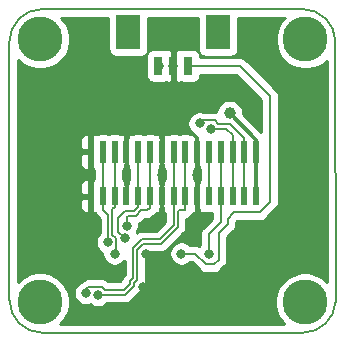
<source format=gbr>
%TF.GenerationSoftware,KiCad,Pcbnew,5.1.12-84ad8e8a86~92~ubuntu18.04.1*%
%TF.CreationDate,2024-08-09T12:32:27+07:00*%
%TF.ProjectId,framos_FSM_IMX_2LANE_Jetson_Adapter,6672616d-6f73-45f4-9653-4d5f494d585f,rev?*%
%TF.SameCoordinates,Original*%
%TF.FileFunction,Copper,L2,Bot*%
%TF.FilePolarity,Positive*%
%FSLAX46Y46*%
G04 Gerber Fmt 4.6, Leading zero omitted, Abs format (unit mm)*
G04 Created by KiCad (PCBNEW 5.1.12-84ad8e8a86~92~ubuntu18.04.1) date 2024-08-09 12:32:27*
%MOMM*%
%LPD*%
G01*
G04 APERTURE LIST*
%TA.AperFunction,Profile*%
%ADD10C,0.200000*%
%TD*%
%TA.AperFunction,SMDPad,CuDef*%
%ADD11R,2.100000X3.000000*%
%TD*%
%TA.AperFunction,SMDPad,CuDef*%
%ADD12R,0.800000X1.600000*%
%TD*%
%TA.AperFunction,ComponentPad*%
%ADD13C,3.800000*%
%TD*%
%TA.AperFunction,SMDPad,CuDef*%
%ADD14R,0.600000X1.850000*%
%TD*%
%TA.AperFunction,SMDPad,CuDef*%
%ADD15R,0.600000X1.650000*%
%TD*%
%TA.AperFunction,ViaPad*%
%ADD16C,0.800000*%
%TD*%
%TA.AperFunction,ViaPad*%
%ADD17C,1.000000*%
%TD*%
%TA.AperFunction,Conductor*%
%ADD18C,0.200000*%
%TD*%
%TA.AperFunction,Conductor*%
%ADD19C,0.300000*%
%TD*%
%TA.AperFunction,Conductor*%
%ADD20C,0.160000*%
%TD*%
%TA.AperFunction,Conductor*%
%ADD21C,0.254000*%
%TD*%
%TA.AperFunction,Conductor*%
%ADD22C,0.150000*%
%TD*%
G04 APERTURE END LIST*
D10*
X136475000Y-52525000D02*
X136493537Y-74564288D01*
X136493537Y-74564288D02*
G75*
G02*
X133725000Y-77150000I-2768537J189288D01*
G01*
X111650000Y-77150000D02*
G75*
G02*
X108875000Y-74375000I0J2775000D01*
G01*
X133700000Y-49750000D02*
G75*
G02*
X136475000Y-52525000I0J-2775000D01*
G01*
X108875000Y-52525000D02*
G75*
G02*
X111650000Y-49750000I2775000J0D01*
G01*
X108875000Y-74375000D02*
X108875000Y-52525000D01*
X133725000Y-77150000D02*
X111650000Y-77150000D01*
X111650000Y-49750000D02*
X133700000Y-49750000D01*
D11*
%TO.P,P1,P2*%
%TO.N,N/C*%
X126548040Y-51664280D03*
%TO.P,P1,P1*%
X118948040Y-51664280D03*
D12*
%TO.P,P1,3*%
%TO.N,/GPIO3_XTRIG0*%
X123998040Y-54564280D03*
%TO.P,P1,2*%
%TO.N,GND*%
X122748040Y-54564280D03*
%TO.P,P1,1*%
%TO.N,/MCLK0_INCK*%
X121498040Y-54564280D03*
%TD*%
D13*
%TO.P,RU1,1*%
%TO.N,N/C*%
X133944360Y-52324000D03*
%TD*%
%TO.P,RD1,1*%
%TO.N,N/C*%
X133883400Y-74579480D03*
%TD*%
%TO.P,LU1,1*%
%TO.N,N/C*%
X111485680Y-52324000D03*
%TD*%
%TO.P,LD1,1*%
%TO.N,N/C*%
X111455200Y-74569320D03*
%TD*%
D14*
%TO.P,J2,1*%
%TO.N,GND*%
X115773440Y-61840760D03*
D15*
%TO.P,J2,1_1*%
X115773440Y-65590760D03*
D14*
%TO.P,J2,2*%
%TO.N,/MIPI_CSI_D0_N*%
X116773440Y-61840760D03*
%TO.P,J2,3*%
%TO.N,/MIPI_CSI_D0_P*%
X117773440Y-61840760D03*
%TO.P,J2,4*%
%TO.N,GND*%
X118773440Y-61840760D03*
%TO.P,J2,5*%
%TO.N,/MIPI_CSI_D1_N*%
X119773440Y-61840760D03*
%TO.P,J2,6*%
%TO.N,/MIPI_CSI_D1_P*%
X120773440Y-61840760D03*
%TO.P,J2,7*%
%TO.N,GND*%
X121773440Y-61840760D03*
%TO.P,J2,8*%
%TO.N,/MIPI_CSI_CLK0_N*%
X122773440Y-61840760D03*
%TO.P,J2,9*%
%TO.N,/MIPI_CSI_CLK0_P*%
X123773440Y-61840760D03*
%TO.P,J2,10*%
%TO.N,GND*%
X124773440Y-61840760D03*
%TO.P,J2,11*%
%TO.N,/CAM_MCLK*%
X125773440Y-61840760D03*
%TO.P,J2,12*%
%TO.N,/CAM_nRST__RST_0_IS_1V8*%
X126773440Y-61840760D03*
%TO.P,J2,13*%
%TO.N,/I2C_SCL__I2C_0_SCL_3V3*%
X127773440Y-61840760D03*
%TO.P,J2,14*%
%TO.N,/I2C_SDA__I2C_0_SDA_3V3*%
X128773440Y-61840760D03*
%TO.P,J2,15*%
%TO.N,+3V3*%
X129773440Y-61840760D03*
D15*
%TO.P,J2,2_1*%
%TO.N,/MIPI_CSI_D0_N*%
X116773440Y-65590760D03*
%TO.P,J2,3_1*%
%TO.N,/MIPI_CSI_D0_P*%
X117773440Y-65590760D03*
%TO.P,J2,4_1*%
%TO.N,GND*%
X118773440Y-65590760D03*
%TO.P,J2,5_1*%
%TO.N,/MIPI_CSI_D1_N*%
X119773440Y-65590760D03*
%TO.P,J2,6_1*%
%TO.N,/MIPI_CSI_D1_P*%
X120773440Y-65590760D03*
%TO.P,J2,7_1*%
%TO.N,GND*%
X121773440Y-65590760D03*
%TO.P,J2,8_1*%
%TO.N,/MIPI_CSI_CLK0_N*%
X122773440Y-65590760D03*
%TO.P,J2,9_1*%
%TO.N,/MIPI_CSI_CLK0_P*%
X123773440Y-65590760D03*
%TO.P,J2,10_1*%
%TO.N,GND*%
X124773440Y-65590760D03*
%TO.P,J2,11_1*%
%TO.N,/CAM_MCLK*%
X125773440Y-65590760D03*
%TO.P,J2,12_1*%
%TO.N,/CAM_nRST__RST_0_IS_1V8*%
X126773440Y-65590760D03*
%TO.P,J2,13_1*%
%TO.N,/I2C_SCL__I2C_0_SCL_3V3*%
X127773440Y-65590760D03*
%TO.P,J2,14_1*%
%TO.N,/I2C_SDA__I2C_0_SDA_3V3*%
X128773440Y-65590760D03*
%TO.P,J2,15_1*%
%TO.N,+3V3*%
X129773440Y-65590760D03*
%TD*%
D16*
%TO.N,GND*%
X122742960Y-54574440D03*
X116662200Y-56194960D03*
X128478280Y-68686680D03*
X121345960Y-73248520D03*
X123042680Y-57825640D03*
X130820160Y-55519320D03*
X124773440Y-63775840D03*
X121773440Y-63804040D03*
X129799080Y-59095640D03*
X114701320Y-66888360D03*
X124383800Y-68722240D03*
X115321180Y-71028460D03*
X120182640Y-73253600D03*
X130855720Y-74208640D03*
X135336280Y-55488840D03*
X130865880Y-52725320D03*
X116636800Y-52715160D03*
X120401080Y-70449440D03*
X135204200Y-63708280D03*
X111892080Y-63794640D03*
X111800640Y-71003160D03*
X111836200Y-56362600D03*
X135305800Y-70424040D03*
%TO.N,/GPIO3_XTRIG0*%
X123433840Y-70459600D03*
%TO.N,/MCLK0_INCK*%
X121503440Y-54574440D03*
%TO.N,/MIPI_CSI_D0_N*%
X117231160Y-69489320D03*
%TO.N,/MIPI_CSI_D1_N*%
X118623080Y-69098160D03*
%TO.N,/MIPI_CSI_D0_P*%
X117779800Y-70454520D03*
%TO.N,/MIPI_CSI_D1_P*%
X118790720Y-68082160D03*
%TO.N,/MIPI_CSI_CLK0_P*%
X116392960Y-73944480D03*
%TO.N,/MIPI_CSI_CLK0_N*%
X115366800Y-73792080D03*
%TO.N,/I2C_SCL__I2C_0_SCL_3V3*%
X125948440Y-59872880D03*
%TO.N,/I2C_SDA__I2C_0_SDA_3V3*%
X124978160Y-59430920D03*
D17*
%TO.N,+3V3*%
X127528320Y-58572400D03*
D16*
%TO.N,/CAM_nRST__RST_0_IS_1V8*%
X125750000Y-70469440D03*
%TD*%
D18*
%TO.N,GND*%
X124773440Y-65590760D02*
X124773440Y-63775840D01*
X121773440Y-65590760D02*
X121773440Y-63804040D01*
X118773440Y-65590760D02*
X118773440Y-61840760D01*
X115773440Y-65590760D02*
X115773440Y-61840760D01*
D19*
X124773440Y-61840760D02*
X124773440Y-60704480D01*
X124773440Y-60704480D02*
X123479560Y-59410600D01*
X123479560Y-59410600D02*
X121818400Y-59410600D01*
D18*
X124773440Y-63775840D02*
X124773440Y-61840760D01*
X121773440Y-63804040D02*
X121773440Y-61840760D01*
%TO.N,/GPIO3_XTRIG0*%
X123438920Y-70464680D02*
X123433840Y-70459600D01*
X124607320Y-70464680D02*
X123438920Y-70464680D01*
X126177040Y-71374000D02*
X125516640Y-71374000D01*
X126587481Y-70963559D02*
X126177040Y-71374000D01*
X126587481Y-68751681D02*
X126587481Y-70963559D01*
X125516640Y-71374000D02*
X124607320Y-70464680D01*
X123998040Y-54564280D02*
X128412240Y-54564280D01*
X127619760Y-67228720D02*
X127873760Y-66974720D01*
X127873760Y-66974720D02*
X130078480Y-66974720D01*
X127349481Y-67498999D02*
X127873760Y-66974720D01*
X127349481Y-67989681D02*
X127349481Y-67498999D01*
X127349481Y-67989681D02*
X126587481Y-68751681D01*
D20*
%TO.N,/MIPI_CSI_D0_N*%
X117231160Y-67189120D02*
X116773440Y-66731400D01*
X117231160Y-69489320D02*
X117231160Y-67189120D01*
X116773440Y-65590760D02*
X116773440Y-66731400D01*
D18*
X116773440Y-64565760D02*
X116773440Y-61840760D01*
X116773440Y-65590760D02*
X116773440Y-64565760D01*
D20*
%TO.N,/MIPI_CSI_D1_N*%
X118110719Y-68585799D02*
X118623080Y-69098160D01*
X118110719Y-67440798D02*
X118110719Y-68585799D01*
X118670777Y-66880740D02*
X118110719Y-67440798D01*
X119433340Y-66880740D02*
X118670777Y-66880740D01*
X119773440Y-66540640D02*
X119433340Y-66880740D01*
X119773440Y-65590760D02*
X119773440Y-66540640D01*
D18*
X119773440Y-65590760D02*
X119773440Y-61840760D01*
D20*
%TO.N,/MIPI_CSI_D0_P*%
X117773440Y-65590760D02*
X117773440Y-66518800D01*
X117773440Y-66518800D02*
X117591170Y-66701070D01*
X117591170Y-68842928D02*
X117911161Y-69162919D01*
X117591170Y-66701070D02*
X117591170Y-68842928D01*
D18*
X117773440Y-65590760D02*
X117773440Y-61840760D01*
D20*
X117911161Y-70323159D02*
X117911161Y-69162919D01*
X117779800Y-70454520D02*
X117911161Y-70323159D01*
%TO.N,/MIPI_CSI_D1_P*%
X118790720Y-67386200D02*
X118790720Y-68082160D01*
X118936170Y-67240750D02*
X118790720Y-67386200D01*
X119582461Y-67240750D02*
X118936170Y-67240750D01*
X120023081Y-66800130D02*
X119582461Y-67240750D01*
X120549070Y-66800130D02*
X120023081Y-66800130D01*
X120773440Y-66575760D02*
X120549070Y-66800130D01*
X120773440Y-65590760D02*
X120773440Y-66575760D01*
D18*
X120773440Y-65590760D02*
X120773440Y-61840760D01*
%TO.N,/MIPI_CSI_CLK0_P*%
X123773440Y-65590760D02*
X123773440Y-61840760D01*
D20*
X119435880Y-73202800D02*
X118694200Y-73944480D01*
X119435880Y-72948800D02*
X119435880Y-73202800D01*
X119705839Y-72678841D02*
X119435880Y-72948800D01*
X119705839Y-70117959D02*
X119705839Y-72678841D01*
X120217638Y-69606160D02*
X119705839Y-70117959D01*
X118694200Y-73944480D02*
X116392960Y-73944480D01*
X123133450Y-68219991D02*
X121747280Y-69606160D01*
X123133450Y-66904270D02*
X123133450Y-68219991D01*
X123236480Y-66801240D02*
X123133450Y-66904270D01*
X123773440Y-66801240D02*
X123236480Y-66801240D01*
X121747280Y-69606160D02*
X120217638Y-69606160D01*
X123773440Y-65590760D02*
X123773440Y-66801240D01*
D18*
%TO.N,/MIPI_CSI_CLK0_N*%
X122773440Y-65590760D02*
X122773440Y-61840760D01*
D20*
X120068517Y-69246151D02*
X121598160Y-69246150D01*
X119345829Y-72525771D02*
X119345829Y-69968838D01*
X119067580Y-72804020D02*
X119345829Y-72525771D01*
X118572280Y-73497440D02*
X119067580Y-73002140D01*
X116952322Y-73497440D02*
X118572280Y-73497440D01*
X122773440Y-68070870D02*
X122773440Y-65590760D01*
X116719361Y-73264479D02*
X116952322Y-73497440D01*
X115554041Y-73264479D02*
X116719361Y-73264479D01*
X119345829Y-69968838D02*
X120068517Y-69246151D01*
X115366800Y-73451720D02*
X115554041Y-73264479D01*
X121598160Y-69246150D02*
X122773440Y-68070870D01*
X119067580Y-73002140D02*
X119067580Y-72804020D01*
X115366800Y-73792080D02*
X115366800Y-73451720D01*
D18*
%TO.N,/CAM_MCLK*%
X125773440Y-65590760D02*
X125773440Y-61840760D01*
%TO.N,/I2C_SCL__I2C_0_SCL_3V3*%
X127773440Y-65590760D02*
X127773440Y-61840760D01*
%TO.N,/I2C_SDA__I2C_0_SDA_3V3*%
X128773440Y-65170800D02*
X128773440Y-61840760D01*
X128773440Y-65590760D02*
X128773440Y-65170800D01*
D19*
%TO.N,+3V3*%
X129773440Y-65590760D02*
X129773440Y-61840760D01*
X129773440Y-60817520D02*
X129773440Y-61840760D01*
X127528320Y-58572400D02*
X129773440Y-60817520D01*
D18*
%TO.N,/GPIO3_XTRIG0*%
X128412240Y-54564280D02*
X128412240Y-54589680D01*
X128412240Y-54589680D02*
X130942080Y-57119520D01*
X130078480Y-66950722D02*
X130078480Y-66974720D01*
X130942080Y-66087122D02*
X130078480Y-66950722D01*
X130942080Y-57119520D02*
X130942080Y-66087122D01*
%TO.N,/I2C_SCL__I2C_0_SCL_3V3*%
X127238760Y-59872880D02*
X125948440Y-59872880D01*
X127773440Y-60407560D02*
X127238760Y-59872880D01*
X127773440Y-61840760D02*
X127773440Y-60407560D01*
%TO.N,/I2C_SDA__I2C_0_SDA_3V3*%
X125236201Y-59172879D02*
X124978160Y-59430920D01*
X126284441Y-59172879D02*
X125236201Y-59172879D01*
X126562802Y-59451240D02*
X126284441Y-59172879D01*
X127568960Y-59451240D02*
X126562802Y-59451240D01*
X128773440Y-60655720D02*
X127568960Y-59451240D01*
X128773440Y-61840760D02*
X128773440Y-60655720D01*
%TO.N,/CAM_nRST__RST_0_IS_1V8*%
X126773440Y-65590760D02*
X126773440Y-61840760D01*
X125750000Y-68820146D02*
X125750000Y-70469440D01*
X126773440Y-67796706D02*
X125750000Y-68820146D01*
X126773440Y-65590760D02*
X126773440Y-67796706D01*
%TD*%
D21*
%TO.N,GND*%
X117259968Y-53164280D02*
X117272228Y-53288762D01*
X117308538Y-53408460D01*
X117367503Y-53518774D01*
X117446855Y-53615465D01*
X117543546Y-53694817D01*
X117653860Y-53753782D01*
X117773558Y-53790092D01*
X117898040Y-53802352D01*
X119998040Y-53802352D01*
X120122522Y-53790092D01*
X120242220Y-53753782D01*
X120352534Y-53694817D01*
X120449225Y-53615465D01*
X120497426Y-53556732D01*
X120472228Y-53639798D01*
X120459968Y-53764280D01*
X120459968Y-55364280D01*
X120472228Y-55488762D01*
X120508538Y-55608460D01*
X120567503Y-55718774D01*
X120646855Y-55815465D01*
X120743546Y-55894817D01*
X120853860Y-55953782D01*
X120973558Y-55990092D01*
X121098040Y-56002352D01*
X121898040Y-56002352D01*
X122022522Y-55990092D01*
X122123040Y-55959600D01*
X122223558Y-55990092D01*
X122348040Y-56002352D01*
X122462290Y-55999280D01*
X122621040Y-55840530D01*
X122621040Y-54691280D01*
X122601040Y-54691280D01*
X122601040Y-54437280D01*
X122621040Y-54437280D01*
X122621040Y-53288030D01*
X122462290Y-53129280D01*
X122348040Y-53126208D01*
X122223558Y-53138468D01*
X122123040Y-53168960D01*
X122022522Y-53138468D01*
X121898040Y-53126208D01*
X121098040Y-53126208D01*
X120973558Y-53138468D01*
X120853860Y-53174778D01*
X120743546Y-53233743D01*
X120646855Y-53313095D01*
X120598654Y-53371828D01*
X120623852Y-53288762D01*
X120636112Y-53164280D01*
X120636112Y-50485000D01*
X124859968Y-50485000D01*
X124859968Y-53164280D01*
X124872228Y-53288762D01*
X124897426Y-53371828D01*
X124849225Y-53313095D01*
X124752534Y-53233743D01*
X124642220Y-53174778D01*
X124522522Y-53138468D01*
X124398040Y-53126208D01*
X123598040Y-53126208D01*
X123473558Y-53138468D01*
X123373040Y-53168960D01*
X123272522Y-53138468D01*
X123148040Y-53126208D01*
X123033790Y-53129280D01*
X122875040Y-53288030D01*
X122875040Y-54437280D01*
X122895040Y-54437280D01*
X122895040Y-54691280D01*
X122875040Y-54691280D01*
X122875040Y-55840530D01*
X123033790Y-55999280D01*
X123148040Y-56002352D01*
X123272522Y-55990092D01*
X123373040Y-55959600D01*
X123473558Y-55990092D01*
X123598040Y-56002352D01*
X124398040Y-56002352D01*
X124522522Y-55990092D01*
X124642220Y-55953782D01*
X124752534Y-55894817D01*
X124849225Y-55815465D01*
X124928577Y-55718774D01*
X124987542Y-55608460D01*
X125023852Y-55488762D01*
X125036112Y-55364280D01*
X125036112Y-55299280D01*
X128082394Y-55299280D01*
X130207080Y-57423967D01*
X130207080Y-60141002D01*
X128663320Y-58597243D01*
X128663320Y-58460612D01*
X128619703Y-58241333D01*
X128534144Y-58034776D01*
X128409932Y-57848880D01*
X128251840Y-57690788D01*
X128065944Y-57566576D01*
X127859387Y-57481017D01*
X127640108Y-57437400D01*
X127416532Y-57437400D01*
X127197253Y-57481017D01*
X126990696Y-57566576D01*
X126804800Y-57690788D01*
X126646708Y-57848880D01*
X126522496Y-58034776D01*
X126436937Y-58241333D01*
X126396357Y-58445346D01*
X126320546Y-58437879D01*
X126284441Y-58434323D01*
X126248336Y-58437879D01*
X125285333Y-58437879D01*
X125280058Y-58435694D01*
X125080099Y-58395920D01*
X124876221Y-58395920D01*
X124676262Y-58435694D01*
X124487904Y-58513715D01*
X124318386Y-58626983D01*
X124174223Y-58771146D01*
X124060955Y-58940664D01*
X123982934Y-59129022D01*
X123943160Y-59328981D01*
X123943160Y-59532859D01*
X123982934Y-59732818D01*
X124060955Y-59921176D01*
X124174223Y-60090694D01*
X124318386Y-60234857D01*
X124394171Y-60285495D01*
X124348958Y-60289948D01*
X124273440Y-60312856D01*
X124197922Y-60289948D01*
X124073440Y-60277688D01*
X123473440Y-60277688D01*
X123348958Y-60289948D01*
X123273440Y-60312856D01*
X123197922Y-60289948D01*
X123073440Y-60277688D01*
X122473440Y-60277688D01*
X122348958Y-60289948D01*
X122273440Y-60312856D01*
X122197922Y-60289948D01*
X122073440Y-60277688D01*
X122059190Y-60280760D01*
X121900440Y-60439510D01*
X121900440Y-60640707D01*
X121883938Y-60671580D01*
X121847628Y-60791278D01*
X121835368Y-60915760D01*
X121835368Y-62765760D01*
X121847628Y-62890242D01*
X121883938Y-63009940D01*
X121900440Y-63040813D01*
X121900440Y-63242010D01*
X122038441Y-63380011D01*
X122038440Y-64151510D01*
X121900440Y-64289510D01*
X121900440Y-64490707D01*
X121883938Y-64521580D01*
X121847628Y-64641278D01*
X121835368Y-64765760D01*
X121835368Y-66415760D01*
X121847628Y-66540242D01*
X121883938Y-66659940D01*
X121900440Y-66690813D01*
X121900440Y-66892010D01*
X122058440Y-67050010D01*
X122058440Y-67774708D01*
X121301998Y-68531150D01*
X120103636Y-68531152D01*
X120068517Y-68527693D01*
X119928352Y-68541498D01*
X119793574Y-68582382D01*
X119669362Y-68648775D01*
X119641777Y-68671413D01*
X119707925Y-68572416D01*
X119785946Y-68384058D01*
X119825720Y-68184099D01*
X119825720Y-67980221D01*
X119813322Y-67917892D01*
X119857403Y-67904520D01*
X119981615Y-67838127D01*
X120090488Y-67748777D01*
X120112881Y-67721491D01*
X120319243Y-67515130D01*
X120513960Y-67515130D01*
X120549070Y-67518588D01*
X120584180Y-67515130D01*
X120584190Y-67515130D01*
X120689234Y-67504784D01*
X120824012Y-67463900D01*
X120948224Y-67397507D01*
X121057097Y-67308157D01*
X121079491Y-67280870D01*
X121254180Y-67106181D01*
X121281467Y-67083787D01*
X121322659Y-67033594D01*
X121348958Y-67041572D01*
X121473440Y-67053832D01*
X121487690Y-67050760D01*
X121646440Y-66892010D01*
X121646440Y-66690813D01*
X121662942Y-66659940D01*
X121699252Y-66540242D01*
X121711512Y-66415760D01*
X121711512Y-64765760D01*
X121699252Y-64641278D01*
X121662942Y-64521580D01*
X121646440Y-64490707D01*
X121646440Y-64289510D01*
X121508440Y-64151510D01*
X121508440Y-63380010D01*
X121646440Y-63242010D01*
X121646440Y-63040813D01*
X121662942Y-63009940D01*
X121699252Y-62890242D01*
X121711512Y-62765760D01*
X121711512Y-60915760D01*
X121699252Y-60791278D01*
X121662942Y-60671580D01*
X121646440Y-60640707D01*
X121646440Y-60439510D01*
X121487690Y-60280760D01*
X121473440Y-60277688D01*
X121348958Y-60289948D01*
X121273440Y-60312856D01*
X121197922Y-60289948D01*
X121073440Y-60277688D01*
X120473440Y-60277688D01*
X120348958Y-60289948D01*
X120273440Y-60312856D01*
X120197922Y-60289948D01*
X120073440Y-60277688D01*
X119473440Y-60277688D01*
X119348958Y-60289948D01*
X119273440Y-60312856D01*
X119197922Y-60289948D01*
X119073440Y-60277688D01*
X119059190Y-60280760D01*
X118900440Y-60439510D01*
X118900440Y-60640707D01*
X118883938Y-60671580D01*
X118847628Y-60791278D01*
X118835368Y-60915760D01*
X118835368Y-62765760D01*
X118847628Y-62890242D01*
X118883938Y-63009940D01*
X118900440Y-63040813D01*
X118900440Y-63242010D01*
X119038441Y-63380011D01*
X119038440Y-64151510D01*
X118900440Y-64289510D01*
X118900440Y-64490707D01*
X118883938Y-64521580D01*
X118847628Y-64641278D01*
X118835368Y-64765760D01*
X118835368Y-65737760D01*
X118711512Y-65737760D01*
X118711512Y-64765760D01*
X118699252Y-64641278D01*
X118662942Y-64521580D01*
X118646440Y-64490707D01*
X118646440Y-64289510D01*
X118508440Y-64151510D01*
X118508440Y-63380010D01*
X118646440Y-63242010D01*
X118646440Y-63040813D01*
X118662942Y-63009940D01*
X118699252Y-62890242D01*
X118711512Y-62765760D01*
X118711512Y-60915760D01*
X118699252Y-60791278D01*
X118662942Y-60671580D01*
X118646440Y-60640707D01*
X118646440Y-60439510D01*
X118487690Y-60280760D01*
X118473440Y-60277688D01*
X118348958Y-60289948D01*
X118273440Y-60312856D01*
X118197922Y-60289948D01*
X118073440Y-60277688D01*
X117473440Y-60277688D01*
X117348958Y-60289948D01*
X117273440Y-60312856D01*
X117197922Y-60289948D01*
X117073440Y-60277688D01*
X116473440Y-60277688D01*
X116348958Y-60289948D01*
X116273440Y-60312856D01*
X116197922Y-60289948D01*
X116073440Y-60277688D01*
X116059190Y-60280760D01*
X115900440Y-60439510D01*
X115900440Y-60640707D01*
X115883938Y-60671580D01*
X115847628Y-60791278D01*
X115835368Y-60915760D01*
X115835368Y-62765760D01*
X115847628Y-62890242D01*
X115883938Y-63009940D01*
X115900440Y-63040813D01*
X115900440Y-63242010D01*
X116038440Y-63380010D01*
X116038440Y-64151510D01*
X115900440Y-64289510D01*
X115900440Y-64490707D01*
X115883938Y-64521580D01*
X115847628Y-64641278D01*
X115835368Y-64765760D01*
X115835368Y-66415760D01*
X115847628Y-66540242D01*
X115883938Y-66659940D01*
X115900440Y-66690813D01*
X115900440Y-66892010D01*
X116059190Y-67050760D01*
X116073440Y-67053832D01*
X116131974Y-67048067D01*
X116176064Y-67130554D01*
X116265414Y-67239427D01*
X116292694Y-67261816D01*
X116516161Y-67485282D01*
X116516160Y-68740609D01*
X116427223Y-68829546D01*
X116313955Y-68999064D01*
X116235934Y-69187422D01*
X116196160Y-69387381D01*
X116196160Y-69591259D01*
X116235934Y-69791218D01*
X116313955Y-69979576D01*
X116427223Y-70149094D01*
X116571386Y-70293257D01*
X116740904Y-70406525D01*
X116744800Y-70408139D01*
X116744800Y-70556459D01*
X116784574Y-70756418D01*
X116862595Y-70944776D01*
X116975863Y-71114294D01*
X117120026Y-71258457D01*
X117289544Y-71371725D01*
X117477902Y-71449746D01*
X117677861Y-71489520D01*
X117881739Y-71489520D01*
X118081698Y-71449746D01*
X118270056Y-71371725D01*
X118439574Y-71258457D01*
X118583737Y-71114294D01*
X118630830Y-71043815D01*
X118630829Y-72229610D01*
X118586834Y-72273605D01*
X118559554Y-72295993D01*
X118470203Y-72404866D01*
X118403810Y-72529078D01*
X118362926Y-72663856D01*
X118359454Y-72699104D01*
X118276119Y-72782440D01*
X117248716Y-72782440D01*
X117227388Y-72756452D01*
X117118515Y-72667102D01*
X116994303Y-72600709D01*
X116859525Y-72559825D01*
X116754481Y-72549479D01*
X116754471Y-72549479D01*
X116719361Y-72546021D01*
X116684251Y-72549479D01*
X115589151Y-72549479D01*
X115554041Y-72546021D01*
X115518931Y-72549479D01*
X115518921Y-72549479D01*
X115413877Y-72559825D01*
X115279099Y-72600709D01*
X115154887Y-72667102D01*
X115046014Y-72756452D01*
X115023624Y-72783734D01*
X114972039Y-72835319D01*
X114876544Y-72874875D01*
X114707026Y-72988143D01*
X114562863Y-73132306D01*
X114449595Y-73301824D01*
X114371574Y-73490182D01*
X114331800Y-73690141D01*
X114331800Y-73894019D01*
X114371574Y-74093978D01*
X114449595Y-74282336D01*
X114562863Y-74451854D01*
X114707026Y-74596017D01*
X114876544Y-74709285D01*
X115064902Y-74787306D01*
X115264861Y-74827080D01*
X115468739Y-74827080D01*
X115668698Y-74787306D01*
X115744436Y-74755934D01*
X115902704Y-74861685D01*
X116091062Y-74939706D01*
X116291021Y-74979480D01*
X116494899Y-74979480D01*
X116694858Y-74939706D01*
X116883216Y-74861685D01*
X117052734Y-74748417D01*
X117141671Y-74659480D01*
X118659090Y-74659480D01*
X118694200Y-74662938D01*
X118729310Y-74659480D01*
X118729320Y-74659480D01*
X118834364Y-74649134D01*
X118969142Y-74608250D01*
X119093354Y-74541857D01*
X119202227Y-74452507D01*
X119224620Y-74425221D01*
X119916626Y-73733216D01*
X119943907Y-73710827D01*
X120033257Y-73601954D01*
X120099650Y-73477742D01*
X120140534Y-73342963D01*
X120150111Y-73245731D01*
X120186584Y-73209258D01*
X120213866Y-73186868D01*
X120303216Y-73077995D01*
X120369609Y-72953783D01*
X120400977Y-72850374D01*
X120410493Y-72819006D01*
X120412006Y-72803646D01*
X120420839Y-72713961D01*
X120420839Y-72713953D01*
X120424297Y-72678841D01*
X120420839Y-72643729D01*
X120420839Y-70414120D01*
X120513800Y-70321160D01*
X121712170Y-70321160D01*
X121747280Y-70324618D01*
X121782390Y-70321160D01*
X121782400Y-70321160D01*
X121887444Y-70310814D01*
X122022222Y-70269930D01*
X122146434Y-70203537D01*
X122255307Y-70114187D01*
X122277696Y-70086906D01*
X123614196Y-68750407D01*
X123641477Y-68728018D01*
X123730827Y-68619145D01*
X123797220Y-68494933D01*
X123838104Y-68360155D01*
X123848450Y-68255111D01*
X123848450Y-68255102D01*
X123851908Y-68219992D01*
X123848450Y-68184880D01*
X123848450Y-67512311D01*
X123913604Y-67505894D01*
X124048382Y-67465010D01*
X124172594Y-67398617D01*
X124281467Y-67309267D01*
X124370817Y-67200394D01*
X124437210Y-67076182D01*
X124444844Y-67051016D01*
X124473440Y-67053832D01*
X124487690Y-67050760D01*
X124646440Y-66892010D01*
X124646440Y-66690813D01*
X124662942Y-66659940D01*
X124699252Y-66540242D01*
X124711512Y-66415760D01*
X124711512Y-64765760D01*
X124699252Y-64641278D01*
X124662942Y-64521580D01*
X124646440Y-64490707D01*
X124646440Y-64289510D01*
X124508440Y-64151510D01*
X124508440Y-63380010D01*
X124646440Y-63242010D01*
X124646440Y-63040813D01*
X124662942Y-63009940D01*
X124699252Y-62890242D01*
X124711512Y-62765760D01*
X124711512Y-61693760D01*
X124835368Y-61693760D01*
X124835368Y-62765760D01*
X124847628Y-62890242D01*
X124883938Y-63009940D01*
X124900440Y-63040813D01*
X124900440Y-63242010D01*
X125038441Y-63380011D01*
X125038440Y-64151510D01*
X124900440Y-64289510D01*
X124900440Y-64490707D01*
X124883938Y-64521580D01*
X124847628Y-64641278D01*
X124835368Y-64765760D01*
X124835368Y-66415760D01*
X124847628Y-66540242D01*
X124883938Y-66659940D01*
X124900440Y-66690813D01*
X124900440Y-66892010D01*
X125059190Y-67050760D01*
X125073440Y-67053832D01*
X125197922Y-67041572D01*
X125273440Y-67018664D01*
X125348958Y-67041572D01*
X125473440Y-67053832D01*
X126038441Y-67053832D01*
X126038441Y-67492258D01*
X125255808Y-68274892D01*
X125227762Y-68297909D01*
X125135913Y-68409827D01*
X125067663Y-68537514D01*
X125038384Y-68634033D01*
X125025635Y-68676061D01*
X125011444Y-68820146D01*
X125015000Y-68856251D01*
X125015001Y-69740728D01*
X124946063Y-69809666D01*
X124944749Y-69811632D01*
X124889953Y-69782343D01*
X124751405Y-69740315D01*
X124643425Y-69729680D01*
X124607320Y-69726124D01*
X124571215Y-69729680D01*
X124167631Y-69729680D01*
X124093614Y-69655663D01*
X123924096Y-69542395D01*
X123735738Y-69464374D01*
X123535779Y-69424600D01*
X123331901Y-69424600D01*
X123131942Y-69464374D01*
X122943584Y-69542395D01*
X122774066Y-69655663D01*
X122629903Y-69799826D01*
X122516635Y-69969344D01*
X122438614Y-70157702D01*
X122398840Y-70357661D01*
X122398840Y-70561539D01*
X122438614Y-70761498D01*
X122516635Y-70949856D01*
X122629903Y-71119374D01*
X122774066Y-71263537D01*
X122943584Y-71376805D01*
X123131942Y-71454826D01*
X123331901Y-71494600D01*
X123535779Y-71494600D01*
X123735738Y-71454826D01*
X123924096Y-71376805D01*
X124093614Y-71263537D01*
X124157471Y-71199680D01*
X124302874Y-71199680D01*
X124971386Y-71868193D01*
X124994402Y-71896238D01*
X125022446Y-71919253D01*
X125106320Y-71988087D01*
X125234006Y-72056337D01*
X125372555Y-72098365D01*
X125516640Y-72112556D01*
X125552745Y-72109000D01*
X126140935Y-72109000D01*
X126177040Y-72112556D01*
X126213145Y-72109000D01*
X126321125Y-72098365D01*
X126459673Y-72056337D01*
X126587360Y-71988087D01*
X126699278Y-71896238D01*
X126722299Y-71868187D01*
X127081668Y-71508818D01*
X127109719Y-71485797D01*
X127201568Y-71373879D01*
X127269818Y-71246192D01*
X127311846Y-71107644D01*
X127322481Y-70999664D01*
X127322481Y-70999655D01*
X127326036Y-70963560D01*
X127322481Y-70927465D01*
X127322481Y-69056127D01*
X127843678Y-68534931D01*
X127871718Y-68511919D01*
X127894731Y-68483878D01*
X127894734Y-68483875D01*
X127963568Y-68400001D01*
X128031818Y-68272315D01*
X128073846Y-68133766D01*
X128088037Y-67989681D01*
X128084481Y-67953576D01*
X128084481Y-67803445D01*
X128178207Y-67709720D01*
X130042375Y-67709720D01*
X130078480Y-67713276D01*
X130114585Y-67709720D01*
X130222565Y-67699085D01*
X130361113Y-67657057D01*
X130488800Y-67588807D01*
X130600718Y-67496958D01*
X130692567Y-67385040D01*
X130702854Y-67365794D01*
X131436273Y-66632376D01*
X131464318Y-66609360D01*
X131556167Y-66497442D01*
X131624417Y-66369755D01*
X131666445Y-66231207D01*
X131677080Y-66123227D01*
X131680636Y-66087122D01*
X131677080Y-66051017D01*
X131677080Y-57155624D01*
X131680636Y-57119519D01*
X131666445Y-56975434D01*
X131624417Y-56836888D01*
X131624417Y-56836887D01*
X131556167Y-56709200D01*
X131512197Y-56655623D01*
X131487333Y-56625326D01*
X131487330Y-56625323D01*
X131464317Y-56597282D01*
X131436277Y-56574270D01*
X129038224Y-54176218D01*
X129026327Y-54153960D01*
X128934478Y-54042042D01*
X128822560Y-53950193D01*
X128694873Y-53881943D01*
X128556325Y-53839915D01*
X128448345Y-53829280D01*
X128412240Y-53825724D01*
X128376135Y-53829280D01*
X125036112Y-53829280D01*
X125036112Y-53764280D01*
X125023852Y-53639798D01*
X124998654Y-53556732D01*
X125046855Y-53615465D01*
X125143546Y-53694817D01*
X125253860Y-53753782D01*
X125373558Y-53790092D01*
X125498040Y-53802352D01*
X127598040Y-53802352D01*
X127722522Y-53790092D01*
X127842220Y-53753782D01*
X127952534Y-53694817D01*
X128049225Y-53615465D01*
X128128577Y-53518774D01*
X128187542Y-53408460D01*
X128223852Y-53288762D01*
X128236112Y-53164280D01*
X128236112Y-50485000D01*
X132198329Y-50485000D01*
X131975297Y-50708032D01*
X131697872Y-51123227D01*
X131506778Y-51584568D01*
X131409360Y-52074324D01*
X131409360Y-52573676D01*
X131506778Y-53063432D01*
X131697872Y-53524773D01*
X131975297Y-53939968D01*
X132328392Y-54293063D01*
X132743587Y-54570488D01*
X133204928Y-54761582D01*
X133694684Y-54859000D01*
X134194036Y-54859000D01*
X134683792Y-54761582D01*
X135145133Y-54570488D01*
X135560328Y-54293063D01*
X135741335Y-54112056D01*
X135757110Y-72868159D01*
X135499368Y-72610417D01*
X135084173Y-72332992D01*
X134622832Y-72141898D01*
X134133076Y-72044480D01*
X133633724Y-72044480D01*
X133143968Y-72141898D01*
X132682627Y-72332992D01*
X132267432Y-72610417D01*
X131914337Y-72963512D01*
X131636912Y-73378707D01*
X131445818Y-73840048D01*
X131348400Y-74329804D01*
X131348400Y-74829156D01*
X131445818Y-75318912D01*
X131636912Y-75780253D01*
X131914337Y-76195448D01*
X132133889Y-76415000D01*
X113194551Y-76415000D01*
X113424263Y-76185288D01*
X113701688Y-75770093D01*
X113892782Y-75308752D01*
X113990200Y-74818996D01*
X113990200Y-74319644D01*
X113892782Y-73829888D01*
X113701688Y-73368547D01*
X113424263Y-72953352D01*
X113071168Y-72600257D01*
X112655973Y-72322832D01*
X112194632Y-72131738D01*
X111704876Y-72034320D01*
X111205524Y-72034320D01*
X110715768Y-72131738D01*
X110254427Y-72322832D01*
X109839232Y-72600257D01*
X109610000Y-72829489D01*
X109610000Y-66415760D01*
X114835368Y-66415760D01*
X114847628Y-66540242D01*
X114883938Y-66659940D01*
X114942903Y-66770254D01*
X115022255Y-66866945D01*
X115118946Y-66946297D01*
X115229260Y-67005262D01*
X115348958Y-67041572D01*
X115473440Y-67053832D01*
X115487690Y-67050760D01*
X115646440Y-66892010D01*
X115646440Y-65717760D01*
X114997190Y-65717760D01*
X114838440Y-65876510D01*
X114835368Y-66415760D01*
X109610000Y-66415760D01*
X109610000Y-64765760D01*
X114835368Y-64765760D01*
X114838440Y-65305010D01*
X114997190Y-65463760D01*
X115646440Y-65463760D01*
X115646440Y-64289510D01*
X115487690Y-64130760D01*
X115473440Y-64127688D01*
X115348958Y-64139948D01*
X115229260Y-64176258D01*
X115118946Y-64235223D01*
X115022255Y-64314575D01*
X114942903Y-64411266D01*
X114883938Y-64521580D01*
X114847628Y-64641278D01*
X114835368Y-64765760D01*
X109610000Y-64765760D01*
X109610000Y-62765760D01*
X114835368Y-62765760D01*
X114847628Y-62890242D01*
X114883938Y-63009940D01*
X114942903Y-63120254D01*
X115022255Y-63216945D01*
X115118946Y-63296297D01*
X115229260Y-63355262D01*
X115348958Y-63391572D01*
X115473440Y-63403832D01*
X115487690Y-63400760D01*
X115646440Y-63242010D01*
X115646440Y-61967760D01*
X114997190Y-61967760D01*
X114838440Y-62126510D01*
X114835368Y-62765760D01*
X109610000Y-62765760D01*
X109610000Y-60915760D01*
X114835368Y-60915760D01*
X114838440Y-61555010D01*
X114997190Y-61713760D01*
X115646440Y-61713760D01*
X115646440Y-60439510D01*
X115487690Y-60280760D01*
X115473440Y-60277688D01*
X115348958Y-60289948D01*
X115229260Y-60326258D01*
X115118946Y-60385223D01*
X115022255Y-60464575D01*
X114942903Y-60561266D01*
X114883938Y-60671580D01*
X114847628Y-60791278D01*
X114835368Y-60915760D01*
X109610000Y-60915760D01*
X109610000Y-54033351D01*
X109869712Y-54293063D01*
X110284907Y-54570488D01*
X110746248Y-54761582D01*
X111236004Y-54859000D01*
X111735356Y-54859000D01*
X112225112Y-54761582D01*
X112686453Y-54570488D01*
X113101648Y-54293063D01*
X113454743Y-53939968D01*
X113732168Y-53524773D01*
X113923262Y-53063432D01*
X114020680Y-52573676D01*
X114020680Y-52074324D01*
X113923262Y-51584568D01*
X113732168Y-51123227D01*
X113454743Y-50708032D01*
X113231711Y-50485000D01*
X117259968Y-50485000D01*
X117259968Y-53164280D01*
%TA.AperFunction,Conductor*%
D22*
G36*
X117259968Y-53164280D02*
G01*
X117272228Y-53288762D01*
X117308538Y-53408460D01*
X117367503Y-53518774D01*
X117446855Y-53615465D01*
X117543546Y-53694817D01*
X117653860Y-53753782D01*
X117773558Y-53790092D01*
X117898040Y-53802352D01*
X119998040Y-53802352D01*
X120122522Y-53790092D01*
X120242220Y-53753782D01*
X120352534Y-53694817D01*
X120449225Y-53615465D01*
X120497426Y-53556732D01*
X120472228Y-53639798D01*
X120459968Y-53764280D01*
X120459968Y-55364280D01*
X120472228Y-55488762D01*
X120508538Y-55608460D01*
X120567503Y-55718774D01*
X120646855Y-55815465D01*
X120743546Y-55894817D01*
X120853860Y-55953782D01*
X120973558Y-55990092D01*
X121098040Y-56002352D01*
X121898040Y-56002352D01*
X122022522Y-55990092D01*
X122123040Y-55959600D01*
X122223558Y-55990092D01*
X122348040Y-56002352D01*
X122462290Y-55999280D01*
X122621040Y-55840530D01*
X122621040Y-54691280D01*
X122601040Y-54691280D01*
X122601040Y-54437280D01*
X122621040Y-54437280D01*
X122621040Y-53288030D01*
X122462290Y-53129280D01*
X122348040Y-53126208D01*
X122223558Y-53138468D01*
X122123040Y-53168960D01*
X122022522Y-53138468D01*
X121898040Y-53126208D01*
X121098040Y-53126208D01*
X120973558Y-53138468D01*
X120853860Y-53174778D01*
X120743546Y-53233743D01*
X120646855Y-53313095D01*
X120598654Y-53371828D01*
X120623852Y-53288762D01*
X120636112Y-53164280D01*
X120636112Y-50485000D01*
X124859968Y-50485000D01*
X124859968Y-53164280D01*
X124872228Y-53288762D01*
X124897426Y-53371828D01*
X124849225Y-53313095D01*
X124752534Y-53233743D01*
X124642220Y-53174778D01*
X124522522Y-53138468D01*
X124398040Y-53126208D01*
X123598040Y-53126208D01*
X123473558Y-53138468D01*
X123373040Y-53168960D01*
X123272522Y-53138468D01*
X123148040Y-53126208D01*
X123033790Y-53129280D01*
X122875040Y-53288030D01*
X122875040Y-54437280D01*
X122895040Y-54437280D01*
X122895040Y-54691280D01*
X122875040Y-54691280D01*
X122875040Y-55840530D01*
X123033790Y-55999280D01*
X123148040Y-56002352D01*
X123272522Y-55990092D01*
X123373040Y-55959600D01*
X123473558Y-55990092D01*
X123598040Y-56002352D01*
X124398040Y-56002352D01*
X124522522Y-55990092D01*
X124642220Y-55953782D01*
X124752534Y-55894817D01*
X124849225Y-55815465D01*
X124928577Y-55718774D01*
X124987542Y-55608460D01*
X125023852Y-55488762D01*
X125036112Y-55364280D01*
X125036112Y-55299280D01*
X128082394Y-55299280D01*
X130207080Y-57423967D01*
X130207080Y-60141002D01*
X128663320Y-58597243D01*
X128663320Y-58460612D01*
X128619703Y-58241333D01*
X128534144Y-58034776D01*
X128409932Y-57848880D01*
X128251840Y-57690788D01*
X128065944Y-57566576D01*
X127859387Y-57481017D01*
X127640108Y-57437400D01*
X127416532Y-57437400D01*
X127197253Y-57481017D01*
X126990696Y-57566576D01*
X126804800Y-57690788D01*
X126646708Y-57848880D01*
X126522496Y-58034776D01*
X126436937Y-58241333D01*
X126396357Y-58445346D01*
X126320546Y-58437879D01*
X126284441Y-58434323D01*
X126248336Y-58437879D01*
X125285333Y-58437879D01*
X125280058Y-58435694D01*
X125080099Y-58395920D01*
X124876221Y-58395920D01*
X124676262Y-58435694D01*
X124487904Y-58513715D01*
X124318386Y-58626983D01*
X124174223Y-58771146D01*
X124060955Y-58940664D01*
X123982934Y-59129022D01*
X123943160Y-59328981D01*
X123943160Y-59532859D01*
X123982934Y-59732818D01*
X124060955Y-59921176D01*
X124174223Y-60090694D01*
X124318386Y-60234857D01*
X124394171Y-60285495D01*
X124348958Y-60289948D01*
X124273440Y-60312856D01*
X124197922Y-60289948D01*
X124073440Y-60277688D01*
X123473440Y-60277688D01*
X123348958Y-60289948D01*
X123273440Y-60312856D01*
X123197922Y-60289948D01*
X123073440Y-60277688D01*
X122473440Y-60277688D01*
X122348958Y-60289948D01*
X122273440Y-60312856D01*
X122197922Y-60289948D01*
X122073440Y-60277688D01*
X122059190Y-60280760D01*
X121900440Y-60439510D01*
X121900440Y-60640707D01*
X121883938Y-60671580D01*
X121847628Y-60791278D01*
X121835368Y-60915760D01*
X121835368Y-62765760D01*
X121847628Y-62890242D01*
X121883938Y-63009940D01*
X121900440Y-63040813D01*
X121900440Y-63242010D01*
X122038441Y-63380011D01*
X122038440Y-64151510D01*
X121900440Y-64289510D01*
X121900440Y-64490707D01*
X121883938Y-64521580D01*
X121847628Y-64641278D01*
X121835368Y-64765760D01*
X121835368Y-66415760D01*
X121847628Y-66540242D01*
X121883938Y-66659940D01*
X121900440Y-66690813D01*
X121900440Y-66892010D01*
X122058440Y-67050010D01*
X122058440Y-67774708D01*
X121301998Y-68531150D01*
X120103636Y-68531152D01*
X120068517Y-68527693D01*
X119928352Y-68541498D01*
X119793574Y-68582382D01*
X119669362Y-68648775D01*
X119641777Y-68671413D01*
X119707925Y-68572416D01*
X119785946Y-68384058D01*
X119825720Y-68184099D01*
X119825720Y-67980221D01*
X119813322Y-67917892D01*
X119857403Y-67904520D01*
X119981615Y-67838127D01*
X120090488Y-67748777D01*
X120112881Y-67721491D01*
X120319243Y-67515130D01*
X120513960Y-67515130D01*
X120549070Y-67518588D01*
X120584180Y-67515130D01*
X120584190Y-67515130D01*
X120689234Y-67504784D01*
X120824012Y-67463900D01*
X120948224Y-67397507D01*
X121057097Y-67308157D01*
X121079491Y-67280870D01*
X121254180Y-67106181D01*
X121281467Y-67083787D01*
X121322659Y-67033594D01*
X121348958Y-67041572D01*
X121473440Y-67053832D01*
X121487690Y-67050760D01*
X121646440Y-66892010D01*
X121646440Y-66690813D01*
X121662942Y-66659940D01*
X121699252Y-66540242D01*
X121711512Y-66415760D01*
X121711512Y-64765760D01*
X121699252Y-64641278D01*
X121662942Y-64521580D01*
X121646440Y-64490707D01*
X121646440Y-64289510D01*
X121508440Y-64151510D01*
X121508440Y-63380010D01*
X121646440Y-63242010D01*
X121646440Y-63040813D01*
X121662942Y-63009940D01*
X121699252Y-62890242D01*
X121711512Y-62765760D01*
X121711512Y-60915760D01*
X121699252Y-60791278D01*
X121662942Y-60671580D01*
X121646440Y-60640707D01*
X121646440Y-60439510D01*
X121487690Y-60280760D01*
X121473440Y-60277688D01*
X121348958Y-60289948D01*
X121273440Y-60312856D01*
X121197922Y-60289948D01*
X121073440Y-60277688D01*
X120473440Y-60277688D01*
X120348958Y-60289948D01*
X120273440Y-60312856D01*
X120197922Y-60289948D01*
X120073440Y-60277688D01*
X119473440Y-60277688D01*
X119348958Y-60289948D01*
X119273440Y-60312856D01*
X119197922Y-60289948D01*
X119073440Y-60277688D01*
X119059190Y-60280760D01*
X118900440Y-60439510D01*
X118900440Y-60640707D01*
X118883938Y-60671580D01*
X118847628Y-60791278D01*
X118835368Y-60915760D01*
X118835368Y-62765760D01*
X118847628Y-62890242D01*
X118883938Y-63009940D01*
X118900440Y-63040813D01*
X118900440Y-63242010D01*
X119038441Y-63380011D01*
X119038440Y-64151510D01*
X118900440Y-64289510D01*
X118900440Y-64490707D01*
X118883938Y-64521580D01*
X118847628Y-64641278D01*
X118835368Y-64765760D01*
X118835368Y-65737760D01*
X118711512Y-65737760D01*
X118711512Y-64765760D01*
X118699252Y-64641278D01*
X118662942Y-64521580D01*
X118646440Y-64490707D01*
X118646440Y-64289510D01*
X118508440Y-64151510D01*
X118508440Y-63380010D01*
X118646440Y-63242010D01*
X118646440Y-63040813D01*
X118662942Y-63009940D01*
X118699252Y-62890242D01*
X118711512Y-62765760D01*
X118711512Y-60915760D01*
X118699252Y-60791278D01*
X118662942Y-60671580D01*
X118646440Y-60640707D01*
X118646440Y-60439510D01*
X118487690Y-60280760D01*
X118473440Y-60277688D01*
X118348958Y-60289948D01*
X118273440Y-60312856D01*
X118197922Y-60289948D01*
X118073440Y-60277688D01*
X117473440Y-60277688D01*
X117348958Y-60289948D01*
X117273440Y-60312856D01*
X117197922Y-60289948D01*
X117073440Y-60277688D01*
X116473440Y-60277688D01*
X116348958Y-60289948D01*
X116273440Y-60312856D01*
X116197922Y-60289948D01*
X116073440Y-60277688D01*
X116059190Y-60280760D01*
X115900440Y-60439510D01*
X115900440Y-60640707D01*
X115883938Y-60671580D01*
X115847628Y-60791278D01*
X115835368Y-60915760D01*
X115835368Y-62765760D01*
X115847628Y-62890242D01*
X115883938Y-63009940D01*
X115900440Y-63040813D01*
X115900440Y-63242010D01*
X116038440Y-63380010D01*
X116038440Y-64151510D01*
X115900440Y-64289510D01*
X115900440Y-64490707D01*
X115883938Y-64521580D01*
X115847628Y-64641278D01*
X115835368Y-64765760D01*
X115835368Y-66415760D01*
X115847628Y-66540242D01*
X115883938Y-66659940D01*
X115900440Y-66690813D01*
X115900440Y-66892010D01*
X116059190Y-67050760D01*
X116073440Y-67053832D01*
X116131974Y-67048067D01*
X116176064Y-67130554D01*
X116265414Y-67239427D01*
X116292694Y-67261816D01*
X116516161Y-67485282D01*
X116516160Y-68740609D01*
X116427223Y-68829546D01*
X116313955Y-68999064D01*
X116235934Y-69187422D01*
X116196160Y-69387381D01*
X116196160Y-69591259D01*
X116235934Y-69791218D01*
X116313955Y-69979576D01*
X116427223Y-70149094D01*
X116571386Y-70293257D01*
X116740904Y-70406525D01*
X116744800Y-70408139D01*
X116744800Y-70556459D01*
X116784574Y-70756418D01*
X116862595Y-70944776D01*
X116975863Y-71114294D01*
X117120026Y-71258457D01*
X117289544Y-71371725D01*
X117477902Y-71449746D01*
X117677861Y-71489520D01*
X117881739Y-71489520D01*
X118081698Y-71449746D01*
X118270056Y-71371725D01*
X118439574Y-71258457D01*
X118583737Y-71114294D01*
X118630830Y-71043815D01*
X118630829Y-72229610D01*
X118586834Y-72273605D01*
X118559554Y-72295993D01*
X118470203Y-72404866D01*
X118403810Y-72529078D01*
X118362926Y-72663856D01*
X118359454Y-72699104D01*
X118276119Y-72782440D01*
X117248716Y-72782440D01*
X117227388Y-72756452D01*
X117118515Y-72667102D01*
X116994303Y-72600709D01*
X116859525Y-72559825D01*
X116754481Y-72549479D01*
X116754471Y-72549479D01*
X116719361Y-72546021D01*
X116684251Y-72549479D01*
X115589151Y-72549479D01*
X115554041Y-72546021D01*
X115518931Y-72549479D01*
X115518921Y-72549479D01*
X115413877Y-72559825D01*
X115279099Y-72600709D01*
X115154887Y-72667102D01*
X115046014Y-72756452D01*
X115023624Y-72783734D01*
X114972039Y-72835319D01*
X114876544Y-72874875D01*
X114707026Y-72988143D01*
X114562863Y-73132306D01*
X114449595Y-73301824D01*
X114371574Y-73490182D01*
X114331800Y-73690141D01*
X114331800Y-73894019D01*
X114371574Y-74093978D01*
X114449595Y-74282336D01*
X114562863Y-74451854D01*
X114707026Y-74596017D01*
X114876544Y-74709285D01*
X115064902Y-74787306D01*
X115264861Y-74827080D01*
X115468739Y-74827080D01*
X115668698Y-74787306D01*
X115744436Y-74755934D01*
X115902704Y-74861685D01*
X116091062Y-74939706D01*
X116291021Y-74979480D01*
X116494899Y-74979480D01*
X116694858Y-74939706D01*
X116883216Y-74861685D01*
X117052734Y-74748417D01*
X117141671Y-74659480D01*
X118659090Y-74659480D01*
X118694200Y-74662938D01*
X118729310Y-74659480D01*
X118729320Y-74659480D01*
X118834364Y-74649134D01*
X118969142Y-74608250D01*
X119093354Y-74541857D01*
X119202227Y-74452507D01*
X119224620Y-74425221D01*
X119916626Y-73733216D01*
X119943907Y-73710827D01*
X120033257Y-73601954D01*
X120099650Y-73477742D01*
X120140534Y-73342963D01*
X120150111Y-73245731D01*
X120186584Y-73209258D01*
X120213866Y-73186868D01*
X120303216Y-73077995D01*
X120369609Y-72953783D01*
X120400977Y-72850374D01*
X120410493Y-72819006D01*
X120412006Y-72803646D01*
X120420839Y-72713961D01*
X120420839Y-72713953D01*
X120424297Y-72678841D01*
X120420839Y-72643729D01*
X120420839Y-70414120D01*
X120513800Y-70321160D01*
X121712170Y-70321160D01*
X121747280Y-70324618D01*
X121782390Y-70321160D01*
X121782400Y-70321160D01*
X121887444Y-70310814D01*
X122022222Y-70269930D01*
X122146434Y-70203537D01*
X122255307Y-70114187D01*
X122277696Y-70086906D01*
X123614196Y-68750407D01*
X123641477Y-68728018D01*
X123730827Y-68619145D01*
X123797220Y-68494933D01*
X123838104Y-68360155D01*
X123848450Y-68255111D01*
X123848450Y-68255102D01*
X123851908Y-68219992D01*
X123848450Y-68184880D01*
X123848450Y-67512311D01*
X123913604Y-67505894D01*
X124048382Y-67465010D01*
X124172594Y-67398617D01*
X124281467Y-67309267D01*
X124370817Y-67200394D01*
X124437210Y-67076182D01*
X124444844Y-67051016D01*
X124473440Y-67053832D01*
X124487690Y-67050760D01*
X124646440Y-66892010D01*
X124646440Y-66690813D01*
X124662942Y-66659940D01*
X124699252Y-66540242D01*
X124711512Y-66415760D01*
X124711512Y-64765760D01*
X124699252Y-64641278D01*
X124662942Y-64521580D01*
X124646440Y-64490707D01*
X124646440Y-64289510D01*
X124508440Y-64151510D01*
X124508440Y-63380010D01*
X124646440Y-63242010D01*
X124646440Y-63040813D01*
X124662942Y-63009940D01*
X124699252Y-62890242D01*
X124711512Y-62765760D01*
X124711512Y-61693760D01*
X124835368Y-61693760D01*
X124835368Y-62765760D01*
X124847628Y-62890242D01*
X124883938Y-63009940D01*
X124900440Y-63040813D01*
X124900440Y-63242010D01*
X125038441Y-63380011D01*
X125038440Y-64151510D01*
X124900440Y-64289510D01*
X124900440Y-64490707D01*
X124883938Y-64521580D01*
X124847628Y-64641278D01*
X124835368Y-64765760D01*
X124835368Y-66415760D01*
X124847628Y-66540242D01*
X124883938Y-66659940D01*
X124900440Y-66690813D01*
X124900440Y-66892010D01*
X125059190Y-67050760D01*
X125073440Y-67053832D01*
X125197922Y-67041572D01*
X125273440Y-67018664D01*
X125348958Y-67041572D01*
X125473440Y-67053832D01*
X126038441Y-67053832D01*
X126038441Y-67492258D01*
X125255808Y-68274892D01*
X125227762Y-68297909D01*
X125135913Y-68409827D01*
X125067663Y-68537514D01*
X125038384Y-68634033D01*
X125025635Y-68676061D01*
X125011444Y-68820146D01*
X125015000Y-68856251D01*
X125015001Y-69740728D01*
X124946063Y-69809666D01*
X124944749Y-69811632D01*
X124889953Y-69782343D01*
X124751405Y-69740315D01*
X124643425Y-69729680D01*
X124607320Y-69726124D01*
X124571215Y-69729680D01*
X124167631Y-69729680D01*
X124093614Y-69655663D01*
X123924096Y-69542395D01*
X123735738Y-69464374D01*
X123535779Y-69424600D01*
X123331901Y-69424600D01*
X123131942Y-69464374D01*
X122943584Y-69542395D01*
X122774066Y-69655663D01*
X122629903Y-69799826D01*
X122516635Y-69969344D01*
X122438614Y-70157702D01*
X122398840Y-70357661D01*
X122398840Y-70561539D01*
X122438614Y-70761498D01*
X122516635Y-70949856D01*
X122629903Y-71119374D01*
X122774066Y-71263537D01*
X122943584Y-71376805D01*
X123131942Y-71454826D01*
X123331901Y-71494600D01*
X123535779Y-71494600D01*
X123735738Y-71454826D01*
X123924096Y-71376805D01*
X124093614Y-71263537D01*
X124157471Y-71199680D01*
X124302874Y-71199680D01*
X124971386Y-71868193D01*
X124994402Y-71896238D01*
X125022446Y-71919253D01*
X125106320Y-71988087D01*
X125234006Y-72056337D01*
X125372555Y-72098365D01*
X125516640Y-72112556D01*
X125552745Y-72109000D01*
X126140935Y-72109000D01*
X126177040Y-72112556D01*
X126213145Y-72109000D01*
X126321125Y-72098365D01*
X126459673Y-72056337D01*
X126587360Y-71988087D01*
X126699278Y-71896238D01*
X126722299Y-71868187D01*
X127081668Y-71508818D01*
X127109719Y-71485797D01*
X127201568Y-71373879D01*
X127269818Y-71246192D01*
X127311846Y-71107644D01*
X127322481Y-70999664D01*
X127322481Y-70999655D01*
X127326036Y-70963560D01*
X127322481Y-70927465D01*
X127322481Y-69056127D01*
X127843678Y-68534931D01*
X127871718Y-68511919D01*
X127894731Y-68483878D01*
X127894734Y-68483875D01*
X127963568Y-68400001D01*
X128031818Y-68272315D01*
X128073846Y-68133766D01*
X128088037Y-67989681D01*
X128084481Y-67953576D01*
X128084481Y-67803445D01*
X128178207Y-67709720D01*
X130042375Y-67709720D01*
X130078480Y-67713276D01*
X130114585Y-67709720D01*
X130222565Y-67699085D01*
X130361113Y-67657057D01*
X130488800Y-67588807D01*
X130600718Y-67496958D01*
X130692567Y-67385040D01*
X130702854Y-67365794D01*
X131436273Y-66632376D01*
X131464318Y-66609360D01*
X131556167Y-66497442D01*
X131624417Y-66369755D01*
X131666445Y-66231207D01*
X131677080Y-66123227D01*
X131680636Y-66087122D01*
X131677080Y-66051017D01*
X131677080Y-57155624D01*
X131680636Y-57119519D01*
X131666445Y-56975434D01*
X131624417Y-56836888D01*
X131624417Y-56836887D01*
X131556167Y-56709200D01*
X131512197Y-56655623D01*
X131487333Y-56625326D01*
X131487330Y-56625323D01*
X131464317Y-56597282D01*
X131436277Y-56574270D01*
X129038224Y-54176218D01*
X129026327Y-54153960D01*
X128934478Y-54042042D01*
X128822560Y-53950193D01*
X128694873Y-53881943D01*
X128556325Y-53839915D01*
X128448345Y-53829280D01*
X128412240Y-53825724D01*
X128376135Y-53829280D01*
X125036112Y-53829280D01*
X125036112Y-53764280D01*
X125023852Y-53639798D01*
X124998654Y-53556732D01*
X125046855Y-53615465D01*
X125143546Y-53694817D01*
X125253860Y-53753782D01*
X125373558Y-53790092D01*
X125498040Y-53802352D01*
X127598040Y-53802352D01*
X127722522Y-53790092D01*
X127842220Y-53753782D01*
X127952534Y-53694817D01*
X128049225Y-53615465D01*
X128128577Y-53518774D01*
X128187542Y-53408460D01*
X128223852Y-53288762D01*
X128236112Y-53164280D01*
X128236112Y-50485000D01*
X132198329Y-50485000D01*
X131975297Y-50708032D01*
X131697872Y-51123227D01*
X131506778Y-51584568D01*
X131409360Y-52074324D01*
X131409360Y-52573676D01*
X131506778Y-53063432D01*
X131697872Y-53524773D01*
X131975297Y-53939968D01*
X132328392Y-54293063D01*
X132743587Y-54570488D01*
X133204928Y-54761582D01*
X133694684Y-54859000D01*
X134194036Y-54859000D01*
X134683792Y-54761582D01*
X135145133Y-54570488D01*
X135560328Y-54293063D01*
X135741335Y-54112056D01*
X135757110Y-72868159D01*
X135499368Y-72610417D01*
X135084173Y-72332992D01*
X134622832Y-72141898D01*
X134133076Y-72044480D01*
X133633724Y-72044480D01*
X133143968Y-72141898D01*
X132682627Y-72332992D01*
X132267432Y-72610417D01*
X131914337Y-72963512D01*
X131636912Y-73378707D01*
X131445818Y-73840048D01*
X131348400Y-74329804D01*
X131348400Y-74829156D01*
X131445818Y-75318912D01*
X131636912Y-75780253D01*
X131914337Y-76195448D01*
X132133889Y-76415000D01*
X113194551Y-76415000D01*
X113424263Y-76185288D01*
X113701688Y-75770093D01*
X113892782Y-75308752D01*
X113990200Y-74818996D01*
X113990200Y-74319644D01*
X113892782Y-73829888D01*
X113701688Y-73368547D01*
X113424263Y-72953352D01*
X113071168Y-72600257D01*
X112655973Y-72322832D01*
X112194632Y-72131738D01*
X111704876Y-72034320D01*
X111205524Y-72034320D01*
X110715768Y-72131738D01*
X110254427Y-72322832D01*
X109839232Y-72600257D01*
X109610000Y-72829489D01*
X109610000Y-66415760D01*
X114835368Y-66415760D01*
X114847628Y-66540242D01*
X114883938Y-66659940D01*
X114942903Y-66770254D01*
X115022255Y-66866945D01*
X115118946Y-66946297D01*
X115229260Y-67005262D01*
X115348958Y-67041572D01*
X115473440Y-67053832D01*
X115487690Y-67050760D01*
X115646440Y-66892010D01*
X115646440Y-65717760D01*
X114997190Y-65717760D01*
X114838440Y-65876510D01*
X114835368Y-66415760D01*
X109610000Y-66415760D01*
X109610000Y-64765760D01*
X114835368Y-64765760D01*
X114838440Y-65305010D01*
X114997190Y-65463760D01*
X115646440Y-65463760D01*
X115646440Y-64289510D01*
X115487690Y-64130760D01*
X115473440Y-64127688D01*
X115348958Y-64139948D01*
X115229260Y-64176258D01*
X115118946Y-64235223D01*
X115022255Y-64314575D01*
X114942903Y-64411266D01*
X114883938Y-64521580D01*
X114847628Y-64641278D01*
X114835368Y-64765760D01*
X109610000Y-64765760D01*
X109610000Y-62765760D01*
X114835368Y-62765760D01*
X114847628Y-62890242D01*
X114883938Y-63009940D01*
X114942903Y-63120254D01*
X115022255Y-63216945D01*
X115118946Y-63296297D01*
X115229260Y-63355262D01*
X115348958Y-63391572D01*
X115473440Y-63403832D01*
X115487690Y-63400760D01*
X115646440Y-63242010D01*
X115646440Y-61967760D01*
X114997190Y-61967760D01*
X114838440Y-62126510D01*
X114835368Y-62765760D01*
X109610000Y-62765760D01*
X109610000Y-60915760D01*
X114835368Y-60915760D01*
X114838440Y-61555010D01*
X114997190Y-61713760D01*
X115646440Y-61713760D01*
X115646440Y-60439510D01*
X115487690Y-60280760D01*
X115473440Y-60277688D01*
X115348958Y-60289948D01*
X115229260Y-60326258D01*
X115118946Y-60385223D01*
X115022255Y-60464575D01*
X114942903Y-60561266D01*
X114883938Y-60671580D01*
X114847628Y-60791278D01*
X114835368Y-60915760D01*
X109610000Y-60915760D01*
X109610000Y-54033351D01*
X109869712Y-54293063D01*
X110284907Y-54570488D01*
X110746248Y-54761582D01*
X111236004Y-54859000D01*
X111735356Y-54859000D01*
X112225112Y-54761582D01*
X112686453Y-54570488D01*
X113101648Y-54293063D01*
X113454743Y-53939968D01*
X113732168Y-53524773D01*
X113923262Y-53063432D01*
X114020680Y-52573676D01*
X114020680Y-52074324D01*
X113923262Y-51584568D01*
X113732168Y-51123227D01*
X113454743Y-50708032D01*
X113231711Y-50485000D01*
X117259968Y-50485000D01*
X117259968Y-53164280D01*
G37*
%TD.AperFunction*%
%TD*%
M02*

</source>
